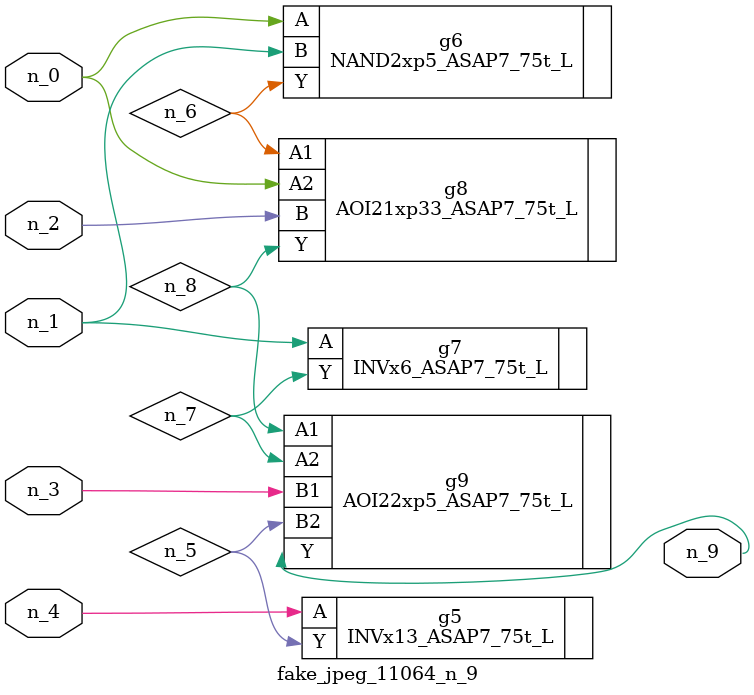
<source format=v>
module fake_jpeg_11064_n_9 (n_3, n_2, n_1, n_0, n_4, n_9);

input n_3;
input n_2;
input n_1;
input n_0;
input n_4;

output n_9;

wire n_8;
wire n_6;
wire n_5;
wire n_7;

INVx13_ASAP7_75t_L g5 ( 
.A(n_4),
.Y(n_5)
);

NAND2xp5_ASAP7_75t_L g6 ( 
.A(n_0),
.B(n_1),
.Y(n_6)
);

INVx6_ASAP7_75t_L g7 ( 
.A(n_1),
.Y(n_7)
);

AOI21xp33_ASAP7_75t_L g8 ( 
.A1(n_6),
.A2(n_0),
.B(n_2),
.Y(n_8)
);

AOI22xp5_ASAP7_75t_L g9 ( 
.A1(n_8),
.A2(n_7),
.B1(n_3),
.B2(n_5),
.Y(n_9)
);


endmodule
</source>
